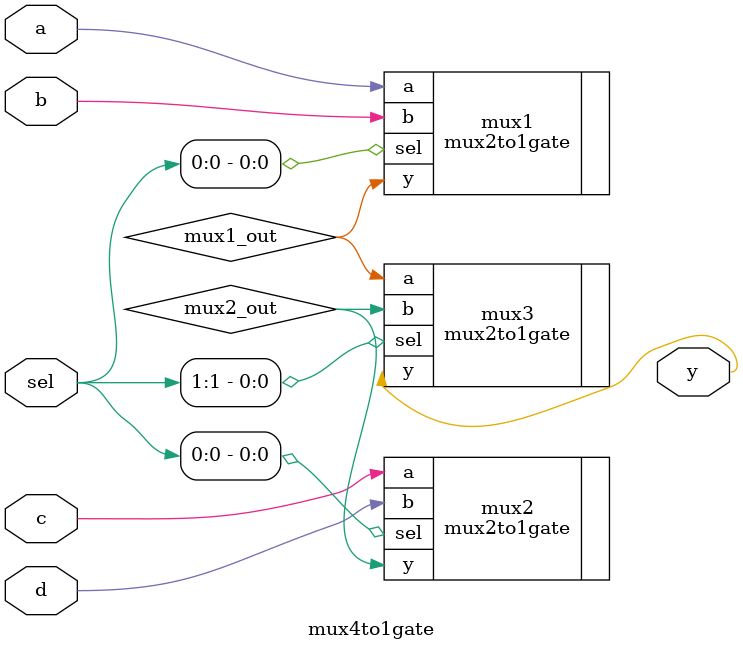
<source format=v>

module mux4to1gate (input a, input b, input c, input d, input [1:0] sel,
output y);
     wire mux1_out, mux2_out;
     mux2to1gate mux1 (.a(a), .b(b), .sel(sel[0]), .y(mux1_out));
     mux2to1gate mux2 (.a(c), .b(d), .sel(sel[0]), .y(mux2_out));
     mux2to1gate mux3 (.a(mux1_out), .b(mux2_out), .sel(sel[1]), .y(y));
endmodule

</source>
